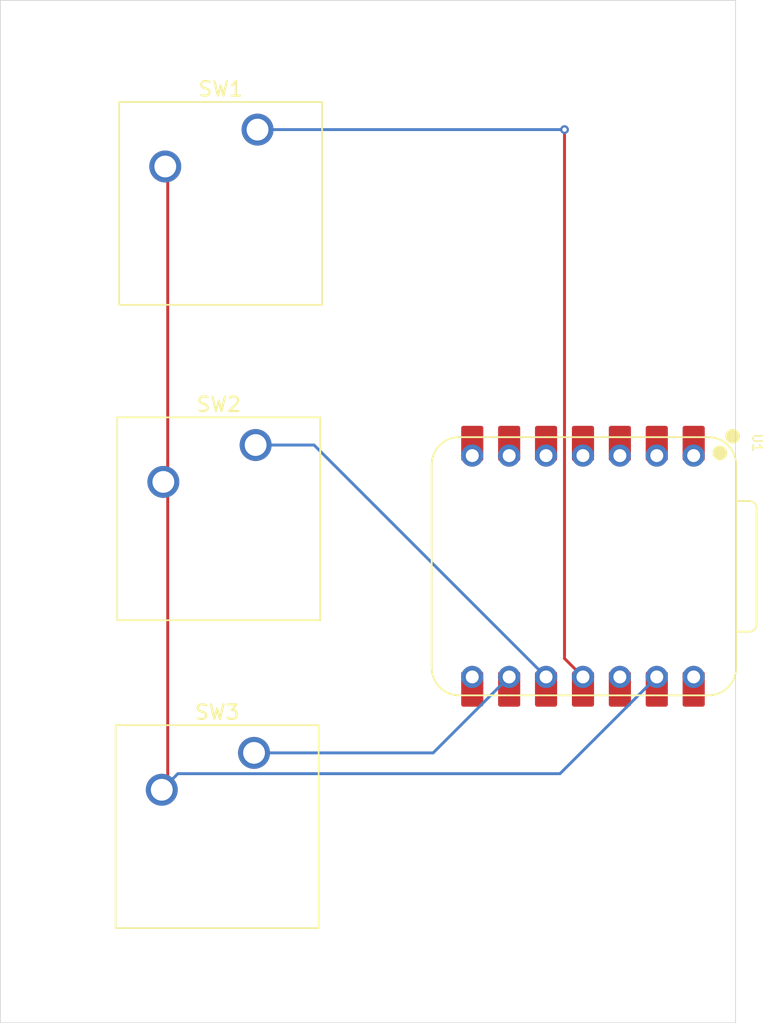
<source format=kicad_pcb>
(kicad_pcb (version 20240108) (generator "pcbnew") (generator_version "8.0")
  (layers (0 "F.Cu" signal) (31 "B.Cu" signal) (34 "B.Paste" user) (35 "F.Paste" user) (36 "B.SilkS" user "B.Silkscreen") (37 "F.SilkS" user "F.Silkscreen") (38 "B.Mask" user) (39 "F.Mask" user) (44 "Edge.Cuts" user))
  (net 0 "")
  (net 1 "Net-(U1-GPIO3{slash}MOSI)")
  (net 2 "GND")
  (net 3 "Net-(U1-GPIO4{slash}MISO)")
  (net 4 "Net-(U1-GPIO2{slash}SCK)")
  (footprint "Button_Switch_Keyboard:SW_Cherry_MX_1.00u_PCB" (layer "F.Cu") (at 139.869 85.7205)
    (property "Reference" "SW2" (at -2.54 -2.794 0) (layer "F.SilkS"))
    (property "Value" "SW_Push")
    (fp_line (start -9.525 -1.905) (end 4.445 -1.905) (stroke (width 0.12)) (layer "F.SilkS"))
    (fp_line (start -9.525 12.065) (end -9.525 -1.905) (stroke (width 0.12)) (layer "F.SilkS"))
    (fp_line (start 4.445 -1.905) (end 4.445 12.065) (stroke (width 0.12)) (layer "F.SilkS"))
    (fp_line (start 4.445 12.065) (end -9.525 12.065) (stroke (width 0.12)) (layer "F.SilkS"))
    (pad "" np_thru_hole circle (at -7.62 5.08) (size 1.7 1.7) (drill 1.7) (layers "*.Cu" "*.Mask"))
    (pad "" np_thru_hole circle (at -2.54 5.08) (size 4 4) (drill 4) (layers "*.Cu" "*.Mask"))
    (pad "" np_thru_hole circle (at 2.54 5.08) (size 1.7 1.7) (drill 1.7) (layers "*.Cu" "*.Mask"))
    (pad "1" thru_hole circle (at 0 0) (size 2.2 2.2) (drill 1.5) (layers "*.Cu" "*.Mask") (net 3 "Net-(U1-GPIO4{slash}MISO)"))
    (pad "2" thru_hole circle (at -6.35 2.54) (size 2.2 2.2) (drill 1.5) (layers "*.Cu" "*.Mask") (net 2 "GND"))
  )
  (footprint "Button_Switch_Keyboard:SW_Cherry_MX_1.00u_PCB" (layer "F.Cu") (at 140 64)
    (property "Reference" "SW1" (at -2.54 -2.794 0) (layer "F.SilkS"))
    (property "Value" "SW_Push")
    (fp_line (start -9.525 -1.905) (end 4.445 -1.905) (stroke (width 0.12)) (layer "F.SilkS"))
    (fp_line (start -9.525 12.065) (end -9.525 -1.905) (stroke (width 0.12)) (layer "F.SilkS"))
    (fp_line (start 4.445 -1.905) (end 4.445 12.065) (stroke (width 0.12)) (layer "F.SilkS"))
    (fp_line (start 4.445 12.065) (end -9.525 12.065) (stroke (width 0.12)) (layer "F.SilkS"))
    (pad "" np_thru_hole circle (at -7.62 5.08) (size 1.7 1.7) (drill 1.7) (layers "*.Cu" "*.Mask"))
    (pad "" np_thru_hole circle (at -2.54 5.08) (size 4 4) (drill 4) (layers "*.Cu" "*.Mask"))
    (pad "" np_thru_hole circle (at 2.54 5.08) (size 1.7 1.7) (drill 1.7) (layers "*.Cu" "*.Mask"))
    (pad "1" thru_hole circle (at 0 0) (size 2.2 2.2) (drill 1.5) (layers "*.Cu" "*.Mask") (net 1 "Net-(U1-GPIO3{slash}MOSI)"))
    (pad "2" thru_hole circle (at -6.35 2.54) (size 2.2 2.2) (drill 1.5) (layers "*.Cu" "*.Mask") (net 2 "GND"))
  )
  (footprint "Seeed Studio XIAO Series Library:XIAO-RP2040-DIP" (layer "F.Cu") (at 162.4 94.0685 -90)
    (property "Reference" "U1" (at -8.5 -12 -90) (layer "F.SilkS") (effects (font (size 0.635 0.635) (thickness 0.1016))))
    (property "Value" "XIAO-RP2040-DIP")
    (fp_line (start -6.985 10.414) (end 6.985 10.414) (stroke (width 0.127)) (layer "F.SilkS"))
    (fp_line (start -8.89 8.509) (end -8.89 -8.636) (stroke (width 0.127)) (layer "F.SilkS"))
    (fp_line (start 8.89 8.509) (end 8.89 -8.636) (stroke (width 0.127)) (layer "F.SilkS"))
    (fp_line (start -4.495 -10.541) (end -4.491272 -11.451272) (stroke (width 0.127)) (layer "F.SilkS"))
    (fp_line (start 6.985 -10.541) (end -6.985 -10.541) (stroke (width 0.1)) (layer "F.SilkS"))
    (fp_line (start 6.985 -10.541) (end -6.985 -10.541) (stroke (width 0.127)) (layer "F.SilkS"))
    (fp_line (start 4.504 -11.451) (end 4.504 -10.541) (stroke (width 0.127)) (layer "F.SilkS"))
    (fp_line (start -3.991272 -11.951) (end 4.004 -11.951) (stroke (width 0.127)) (layer "F.SilkS"))
    (fp_arc (start -6.985 10.414) (mid -8.332038 9.856038) (end -8.89 8.509) (stroke (width 0.127)) (layer "F.SilkS"))
    (fp_arc (start 8.89 8.509) (mid 8.332038 9.856038) (end 6.985 10.414) (stroke (width 0.127)) (layer "F.SilkS"))
    (fp_arc (start -8.89 -8.636) (mid -8.332038 -9.983038) (end -6.985 -10.541) (stroke (width 0.127)) (layer "F.SilkS"))
    (fp_arc (start 6.985 -10.541) (mid 8.332038 -9.983038) (end 8.89 -8.636) (stroke (width 0.127)) (layer "F.SilkS"))
    (fp_arc (start -4.491272 -11.451272) (mid -4.344724 -11.804644) (end -3.991272 -11.951) (stroke (width 0.127)) (layer "F.SilkS"))
    (fp_arc (start 4.004 -11.951) (mid 4.357553 -11.804553) (end 4.504 -11.451) (stroke (width 0.127)) (layer "F.SilkS"))
    (fp_circle (center -7.807 -9.42) (end -7.807 -9.674) (stroke (width 0.5)) (fill solid) (layer "F.SilkS"))
    (fp_circle (center -8.95 -10.3) (end -8.95 -10.554) (stroke (width 0.5)) (fill solid) (layer "F.SilkS"))
    (pad "1" smd roundrect (at -8.455 -7.62 90) (size 2.432 1.524) (layers "F.Cu" "F.Mask") (roundrect_rratio 0.1))
    (pad "1" thru_hole circle (at -7.62 -7.62 90) (size 1.524 1.524) (drill 0.889) (layers "*.Cu" "*.Mask"))
    (pad "2" smd roundrect (at -8.455 -5.08 90) (size 2.432 1.524) (layers "F.Cu" "F.Mask") (roundrect_rratio 0.1))
    (pad "2" thru_hole circle (at -7.62 -5.08 90) (size 1.524 1.524) (drill 0.889) (layers "*.Cu" "*.Mask"))
    (pad "3" smd roundrect (at -8.455 -2.54 90) (size 2.432 1.524) (layers "F.Cu" "F.Mask") (roundrect_rratio 0.1))
    (pad "3" thru_hole circle (at -7.62 -2.54 90) (size 1.524 1.524) (drill 0.889) (layers "*.Cu" "*.Mask"))
    (pad "4" smd roundrect (at -8.455 0 90) (size 2.432 1.524) (layers "F.Cu" "F.Mask") (roundrect_rratio 0.1))
    (pad "4" thru_hole circle (at -7.62 0 90) (size 1.524 1.524) (drill 0.889) (layers "*.Cu" "*.Mask"))
    (pad "5" smd roundrect (at -8.455 2.54 90) (size 2.432 1.524) (layers "F.Cu" "F.Mask") (roundrect_rratio 0.1))
    (pad "5" thru_hole circle (at -7.62 2.54 90) (size 1.524 1.524) (drill 0.889) (layers "*.Cu" "*.Mask"))
    (pad "6" smd roundrect (at -8.455 5.08 90) (size 2.432 1.524) (layers "F.Cu" "F.Mask") (roundrect_rratio 0.1))
    (pad "6" thru_hole circle (at -7.62 5.08 90) (size 1.524 1.524) (drill 0.889) (layers "*.Cu" "*.Mask"))
    (pad "7" smd roundrect (at -8.455 7.62 90) (size 2.432 1.524) (layers "F.Cu" "F.Mask") (roundrect_rratio 0.1))
    (pad "7" thru_hole circle (at -7.62 7.62 90) (size 1.524 1.524) (drill 0.889) (layers "*.Cu" "*.Mask"))
    (pad "8" thru_hole circle (at 7.62 7.62 270) (size 1.524 1.524) (drill 0.889) (layers "*.Cu" "*.Mask"))
    (pad "8" smd roundrect (at 8.455 7.62 270) (size 2.432 1.524) (layers "F.Cu" "F.Mask") (roundrect_rratio 0.1))
    (pad "9" thru_hole circle (at 7.62 5.08 270) (size 1.524 1.524) (drill 0.889) (layers "*.Cu" "*.Mask") (net 4 "Net-(U1-GPIO2{slash}SCK)"))
    (pad "9" smd roundrect (at 8.455 5.08 270) (size 2.432 1.524) (layers "F.Cu" "F.Mask") (roundrect_rratio 0.1) (net 4 "Net-(U1-GPIO2{slash}SCK)"))
    (pad "10" thru_hole circle (at 7.62 2.54 270) (size 1.524 1.524) (drill 0.889) (layers "*.Cu" "*.Mask") (net 3 "Net-(U1-GPIO4{slash}MISO)"))
    (pad "10" smd roundrect (at 8.455 2.54 270) (size 2.432 1.524) (layers "F.Cu" "F.Mask") (roundrect_rratio 0.1) (net 3 "Net-(U1-GPIO4{slash}MISO)"))
    (pad "11" thru_hole circle (at 7.62 0 270) (size 1.524 1.524) (drill 0.889) (layers "*.Cu" "*.Mask") (net 1 "Net-(U1-GPIO3{slash}MOSI)"))
    (pad "11" smd roundrect (at 8.455 0 270) (size 2.432 1.524) (layers "F.Cu" "F.Mask") (roundrect_rratio 0.1) (net 1 "Net-(U1-GPIO3{slash}MOSI)"))
    (pad "12" thru_hole circle (at 7.62 -2.54 270) (size 1.524 1.524) (drill 0.889) (layers "*.Cu" "*.Mask"))
    (pad "12" smd roundrect (at 8.455 -2.54 270) (size 2.432 1.524) (layers "F.Cu" "F.Mask") (roundrect_rratio 0.1))
    (pad "13" thru_hole circle (at 7.62 -5.08 270) (size 1.524 1.524) (drill 0.889) (layers "*.Cu" "*.Mask") (net 2 "GND"))
    (pad "13" smd roundrect (at 8.455 -5.08 270) (size 2.432 1.524) (layers "F.Cu" "F.Mask") (roundrect_rratio 0.1) (net 2 "GND"))
    (pad "14" thru_hole circle (at 7.62 -7.62 270) (size 1.524 1.524) (drill 0.889) (layers "*.Cu" "*.Mask"))
    (pad "14" smd roundrect (at 8.455 -7.62 270) (size 2.432 1.524) (layers "F.Cu" "F.Mask") (roundrect_rratio 0.1))
  )
  (footprint "Button_Switch_Keyboard:SW_Cherry_MX_1.00u_PCB" (layer "F.Cu") (at 139.76 106.92)
    (property "Reference" "SW3" (at -2.54 -2.794 0) (layer "F.SilkS"))
    (property "Value" "SW_Push")
    (fp_line (start -9.525 -1.905) (end 4.445 -1.905) (stroke (width 0.12)) (layer "F.SilkS"))
    (fp_line (start -9.525 12.065) (end -9.525 -1.905) (stroke (width 0.12)) (layer "F.SilkS"))
    (fp_line (start 4.445 -1.905) (end 4.445 12.065) (stroke (width 0.12)) (layer "F.SilkS"))
    (fp_line (start 4.445 12.065) (end -9.525 12.065) (stroke (width 0.12)) (layer "F.SilkS"))
    (pad "" np_thru_hole circle (at -7.62 5.08) (size 1.7 1.7) (drill 1.7) (layers "*.Cu" "*.Mask"))
    (pad "" np_thru_hole circle (at -2.54 5.08) (size 4 4) (drill 4) (layers "*.Cu" "*.Mask"))
    (pad "" np_thru_hole circle (at 2.54 5.08) (size 1.7 1.7) (drill 1.7) (layers "*.Cu" "*.Mask"))
    (pad "1" thru_hole circle (at 0 0) (size 2.2 2.2) (drill 1.5) (layers "*.Cu" "*.Mask") (net 4 "Net-(U1-GPIO2{slash}SCK)"))
    (pad "2" thru_hole circle (at -6.35 2.54) (size 2.2 2.2) (drill 1.5) (layers "*.Cu" "*.Mask") (net 2 "GND"))
  )
  (gr_rect (start 122.3 55.1) (end 172.9 125.5) (stroke (width 0.05)) (fill none) (layer "Edge.Cuts"))
  (segment (start 161.1303 100.4188) (end 161.1303 64) (width 0.2) (layer "F.Cu") (net 1))
  (segment (start 162.4 102.5235) (end 162.4 101.6885) (width 0.2) (layer "F.Cu") (net 1))
  (segment (start 162.4 101.6885) (end 161.1303 100.4188) (width 0.2) (layer "F.Cu") (net 1))
  (via (at 161.1303 64) (size 0.6) (drill 0.3) (layers "F.Cu" "B.Cu") (net 1))
  (segment (start 140 64) (end 161.1303 64) (width 0.2) (layer "B.Cu") (net 1))
  (segment (start 133.8213 66.7113) (end 133.8213 86.872) (width 0.2) (layer "F.Cu") (net 2))
  (segment (start 133.65 66.54) (end 133.8213 66.7113) (width 0.2) (layer "F.Cu") (net 2))
  (segment (start 133.8213 87.9582) (end 133.519 88.2605) (width 0.2) (layer "F.Cu") (net 2))
  (segment (start 133.8213 86.872) (end 133.8213 87.9582) (width 0.2) (layer "F.Cu") (net 2))
  (segment (start 167.48 102.5235) (end 167.48 101.6885) (width 0.2) (layer "F.Cu") (net 2))
  (segment (start 133.8213 86.872) (end 133.8213 109.0487) (width 0.2) (layer "F.Cu") (net 2))
  (segment (start 133.8213 109.0487) (end 133.41 109.46) (width 0.2) (layer "F.Cu") (net 2))
  (segment (start 167.48 101.6885) (end 160.8168 108.3517) (width 0.2) (layer "B.Cu") (net 2))
  (segment (start 160.8168 108.3517) (end 134.5183 108.3517) (width 0.2) (layer "B.Cu") (net 2))
  (segment (start 134.5183 108.3517) (end 133.41 109.46) (width 0.2) (layer "B.Cu") (net 2))
  (segment (start 159.86 102.5235) (end 159.86 101.6885) (width 0.2) (layer "F.Cu") (net 3))
  (segment (start 139.869 85.7205) (end 143.892 85.7205) (width 0.2) (layer "B.Cu") (net 3))
  (segment (start 143.892 85.7205) (end 159.86 101.6885) (width 0.2) (layer "B.Cu") (net 3))
  (segment (start 157.32 102.5235) (end 157.32 101.6885) (width 0.2) (layer "F.Cu") (net 4))
  (segment (start 157.32 101.6885) (end 152.0885 106.92) (width 0.2) (layer "B.Cu") (net 4))
  (segment (start 152.0885 106.92) (end 139.76 106.92) (width 0.2) (layer "B.Cu") (net 4))
)
</source>
